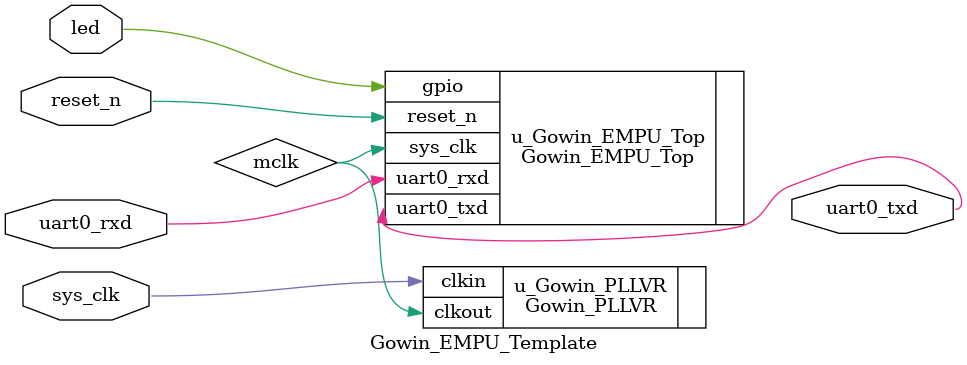
<source format=v>


`resetall

module Gowin_EMPU_Template (
  sys_clk,
  reset_n,
  led,
  uart0_rxd,
  uart0_txd
);

input sys_clk;
input reset_n;

//GPIO
inout led;

//UART0
input uart0_rxd;
output uart0_txd;

wire mclk;              //mcu clock

//MCU system clock = 2000MHz
Gowin_PLLVR u_Gowin_PLLVR(
  .clkout(mclk),            //MCU 200MHz
  .clkin(sys_clk)           //input clkin 50MHz
);

Gowin_EMPU_Top u_Gowin_EMPU_Top (
  .sys_clk(mclk),
  .reset_n(reset_n),
  //GPIO
  .gpio(led),
  //UART0
  .uart0_rxd(uart0_rxd),
  .uart0_txd(uart0_txd)
 );

endmodule
</source>
